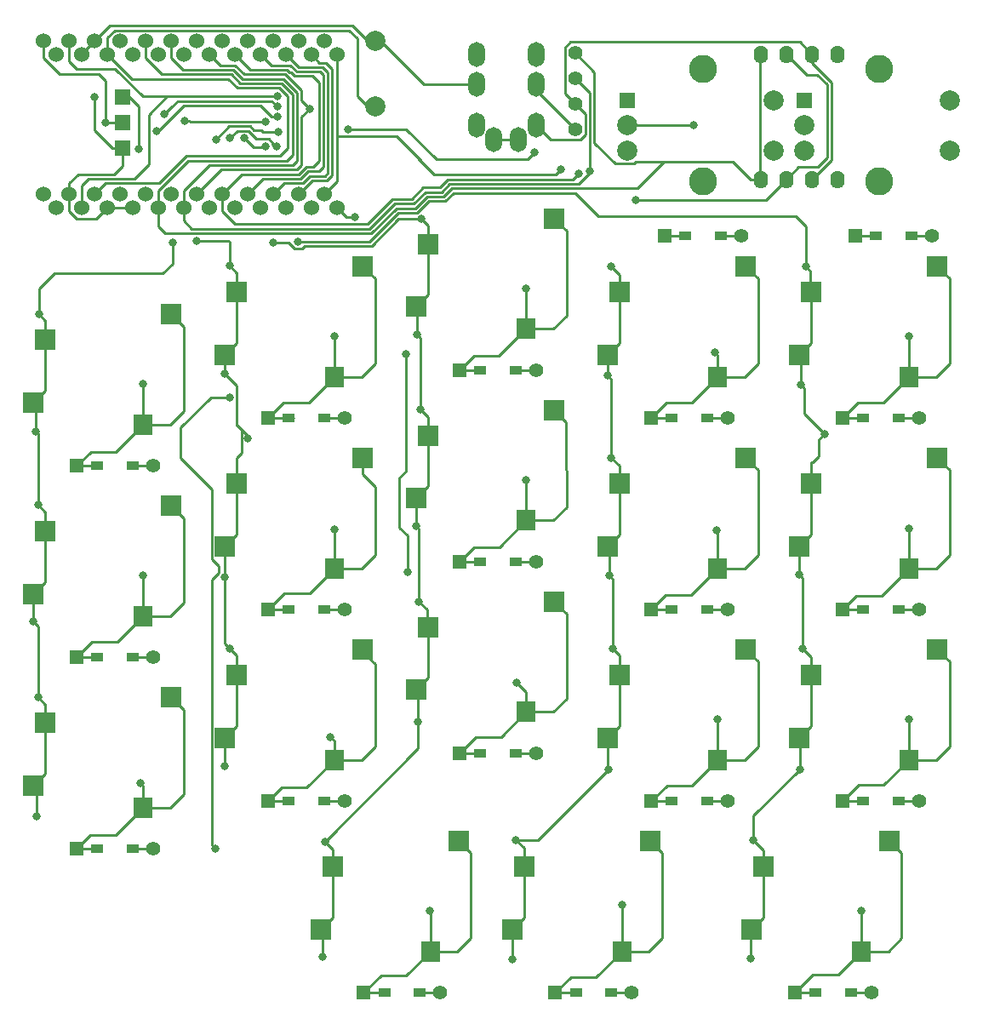
<source format=gbr>
G04 #@! TF.GenerationSoftware,KiCad,Pcbnew,(5.1.6-0-10_14)*
G04 #@! TF.CreationDate,2023-01-09T17:08:50+09:00*
G04 #@! TF.ProjectId,cool536v130,636f6f6c-3533-4367-9631-33302e6b6963,rev?*
G04 #@! TF.SameCoordinates,Original*
G04 #@! TF.FileFunction,Copper,L2,Bot*
G04 #@! TF.FilePolarity,Positive*
%FSLAX46Y46*%
G04 Gerber Fmt 4.6, Leading zero omitted, Abs format (unit mm)*
G04 Created by KiCad (PCBNEW (5.1.6-0-10_14)) date 2023-01-09 17:08:50*
%MOMM*%
%LPD*%
G01*
G04 APERTURE LIST*
G04 #@! TA.AperFunction,SMDPad,CuDef*
%ADD10R,2.000000X2.000000*%
G04 #@! TD*
G04 #@! TA.AperFunction,SMDPad,CuDef*
%ADD11R,1.900000X2.000000*%
G04 #@! TD*
G04 #@! TA.AperFunction,ComponentPad*
%ADD12C,2.000000*%
G04 #@! TD*
G04 #@! TA.AperFunction,SMDPad,CuDef*
%ADD13R,1.300000X0.950000*%
G04 #@! TD*
G04 #@! TA.AperFunction,ComponentPad*
%ADD14C,1.397000*%
G04 #@! TD*
G04 #@! TA.AperFunction,ComponentPad*
%ADD15R,1.397000X1.397000*%
G04 #@! TD*
G04 #@! TA.AperFunction,ComponentPad*
%ADD16O,1.700000X2.500000*%
G04 #@! TD*
G04 #@! TA.AperFunction,ComponentPad*
%ADD17C,1.524000*%
G04 #@! TD*
G04 #@! TA.AperFunction,ComponentPad*
%ADD18R,1.500000X1.500000*%
G04 #@! TD*
G04 #@! TA.AperFunction,ComponentPad*
%ADD19C,2.800000*%
G04 #@! TD*
G04 #@! TA.AperFunction,SMDPad,CuDef*
%ADD20R,1.524000X1.524000*%
G04 #@! TD*
G04 #@! TA.AperFunction,ComponentPad*
%ADD21O,1.397000X1.778000*%
G04 #@! TD*
G04 #@! TA.AperFunction,ViaPad*
%ADD22C,0.800000*%
G04 #@! TD*
G04 #@! TA.AperFunction,Conductor*
%ADD23C,0.250000*%
G04 #@! TD*
G04 APERTURE END LIST*
D10*
X93250000Y-91790000D03*
X80750000Y-94330000D03*
D11*
X90450000Y-102770000D03*
D10*
X79550000Y-100570000D03*
X41450000Y-91045000D03*
D11*
X52350000Y-93245000D03*
D10*
X42650000Y-84805000D03*
X55150000Y-82265000D03*
X89075000Y-124382500D03*
D11*
X99975000Y-126582500D03*
D10*
X90275000Y-118142500D03*
X102775000Y-115602500D03*
D12*
X75460000Y-36040000D03*
X75460000Y-42540000D03*
D10*
X74200000Y-77502500D03*
X61700000Y-80042500D03*
D11*
X71400000Y-88482500D03*
D10*
X60500000Y-86282500D03*
D13*
X70375000Y-73532499D03*
D14*
X72410000Y-73532499D03*
D15*
X64790000Y-73532499D03*
D13*
X66825000Y-73532499D03*
X122763000Y-130682500D03*
D14*
X124798000Y-130682500D03*
D15*
X117178000Y-130682500D03*
D13*
X119213000Y-130682500D03*
D14*
X111830000Y-55420000D03*
D15*
X104210000Y-55420000D03*
D13*
X106245000Y-55420000D03*
X109795000Y-55420000D03*
X127525000Y-73532499D03*
D14*
X129560000Y-73532499D03*
D15*
X121940000Y-73532499D03*
D13*
X123975000Y-73532499D03*
D16*
X87250000Y-45870000D03*
X91450000Y-44370000D03*
X91450000Y-40370000D03*
X91450000Y-37370000D03*
X85500000Y-40370000D03*
X85500000Y-37370000D03*
X89700000Y-45870000D03*
X85500000Y-44370000D03*
D10*
X60500000Y-105332500D03*
D11*
X71400000Y-107532500D03*
D10*
X61700000Y-99092500D03*
X74200000Y-96552500D03*
X112300000Y-96552500D03*
X99800000Y-99092500D03*
D11*
X109500000Y-107532500D03*
D10*
X98600000Y-105332500D03*
D14*
X95330000Y-44820000D03*
X95330000Y-42280000D03*
X95330000Y-39740000D03*
X95330000Y-37200000D03*
D17*
X43692000Y-37360000D03*
X46232000Y-37360000D03*
X48772000Y-37360000D03*
X51312000Y-37360000D03*
X53852000Y-37360000D03*
X56392000Y-37360000D03*
X58932000Y-37360000D03*
X61472000Y-37360000D03*
X64012000Y-37360000D03*
X66552000Y-37360000D03*
X69092000Y-37360000D03*
X71632000Y-37360000D03*
X71632000Y-52600000D03*
X69092000Y-52600000D03*
X66552000Y-52600000D03*
X64012000Y-52600000D03*
X61472000Y-52600000D03*
X58932000Y-52600000D03*
X56392000Y-52600000D03*
X53852000Y-52600000D03*
X51312000Y-52600000D03*
X48772000Y-52600000D03*
X46232000Y-52600000D03*
X43692000Y-52600000D03*
X42422000Y-36053600D03*
X44962000Y-36053600D03*
X47502000Y-36053600D03*
X50042000Y-36053600D03*
X52582000Y-36053600D03*
X55122000Y-36053600D03*
X57662000Y-36053600D03*
X60202000Y-36053600D03*
X62742000Y-36053600D03*
X65282000Y-36053600D03*
X67822000Y-36053600D03*
X70362000Y-36053600D03*
X70362000Y-51273600D03*
X67822000Y-51273600D03*
X65282000Y-51273600D03*
X62742000Y-51273600D03*
X60202000Y-51273600D03*
X57662000Y-51273600D03*
X55122000Y-51273600D03*
X52582000Y-51273600D03*
X50042000Y-51273600D03*
X47502000Y-51273600D03*
X44962000Y-51273600D03*
X42422000Y-51273600D03*
D13*
X51325000Y-78295000D03*
D14*
X53360000Y-78295000D03*
D15*
X45740000Y-78295000D03*
D13*
X47775000Y-78295000D03*
D10*
X126588000Y-115602500D03*
X114088000Y-118142500D03*
D11*
X123788000Y-126582500D03*
D10*
X112888000Y-124382500D03*
X131350000Y-58452499D03*
X118850000Y-60992499D03*
D11*
X128550000Y-69432499D03*
D10*
X117650000Y-67232499D03*
D18*
X100560000Y-41910000D03*
D12*
X100560000Y-44410000D03*
X100560000Y-46910000D03*
D19*
X108060000Y-38810000D03*
X108060000Y-50010000D03*
D12*
X115060000Y-41910000D03*
X115060000Y-46910000D03*
D10*
X98600000Y-67232499D03*
D11*
X109500000Y-69432499D03*
D10*
X99800000Y-60992499D03*
X112300000Y-58452499D03*
X41450000Y-71995000D03*
D11*
X52350000Y-74195000D03*
D10*
X42650000Y-65755000D03*
X55150000Y-63215000D03*
D13*
X98950000Y-130682500D03*
D14*
X100985000Y-130682500D03*
D15*
X93365000Y-130682500D03*
D13*
X95400000Y-130682500D03*
D10*
X112300000Y-77502500D03*
X99800000Y-80042500D03*
D11*
X109500000Y-88482500D03*
D10*
X98600000Y-86282500D03*
D13*
X89425000Y-87820000D03*
D14*
X91460000Y-87820000D03*
D15*
X83840000Y-87820000D03*
D13*
X85875000Y-87820000D03*
X79900000Y-130682500D03*
D14*
X81935000Y-130682500D03*
D15*
X74315000Y-130682500D03*
D13*
X76350000Y-130682500D03*
D10*
X60500000Y-67232499D03*
D11*
X71400000Y-69432499D03*
D10*
X61700000Y-60992499D03*
X74200000Y-58452499D03*
X55150000Y-101315000D03*
X42650000Y-103855000D03*
D11*
X52350000Y-112295000D03*
D10*
X41450000Y-110095000D03*
D13*
X127525000Y-111632500D03*
D14*
X129560000Y-111632500D03*
D15*
X121940000Y-111632500D03*
D13*
X123975000Y-111632500D03*
D10*
X93250000Y-72740000D03*
X80750000Y-75280000D03*
D11*
X90450000Y-83720000D03*
D10*
X79550000Y-81520000D03*
D13*
X108475000Y-111632500D03*
D14*
X110510000Y-111632500D03*
D15*
X102890000Y-111632500D03*
D13*
X104925000Y-111632500D03*
D18*
X118090000Y-41910000D03*
D12*
X118090000Y-44410000D03*
X118090000Y-46910000D03*
D19*
X125590000Y-38810000D03*
X125590000Y-50010000D03*
D12*
X132590000Y-41910000D03*
X132590000Y-46910000D03*
D10*
X131350000Y-77502500D03*
X118850000Y-80042500D03*
D11*
X128550000Y-88482500D03*
D10*
X117650000Y-86282500D03*
D13*
X70375000Y-92582500D03*
D14*
X72410000Y-92582500D03*
D15*
X64790000Y-92582500D03*
D13*
X66825000Y-92582500D03*
D10*
X70025000Y-124382500D03*
D11*
X80925000Y-126582500D03*
D10*
X71225000Y-118142500D03*
X83725000Y-115602500D03*
X131350000Y-96552500D03*
X118850000Y-99092500D03*
D11*
X128550000Y-107532500D03*
D10*
X117650000Y-105332500D03*
D13*
X51325000Y-116395000D03*
D14*
X53360000Y-116395000D03*
D15*
X45740000Y-116395000D03*
D13*
X47775000Y-116395000D03*
D20*
X50300000Y-46680000D03*
X50300000Y-44140000D03*
X50300000Y-41600000D03*
D13*
X89425000Y-68770000D03*
D14*
X91460000Y-68770000D03*
D15*
X83840000Y-68770000D03*
D13*
X85875000Y-68770000D03*
X108475000Y-73532499D03*
D14*
X110510000Y-73532499D03*
D15*
X102890000Y-73532499D03*
D13*
X104925000Y-73532499D03*
X51325000Y-97345000D03*
D14*
X53360000Y-97345000D03*
D15*
X45740000Y-97345000D03*
D13*
X47775000Y-97345000D03*
X70375000Y-111632500D03*
D14*
X72410000Y-111632500D03*
D15*
X64790000Y-111632500D03*
D13*
X66825000Y-111632500D03*
X89425000Y-106870000D03*
D14*
X91460000Y-106870000D03*
D15*
X83840000Y-106870000D03*
D13*
X85875000Y-106870000D03*
D10*
X79550000Y-62470000D03*
D11*
X90450000Y-64670000D03*
D10*
X80750000Y-56230000D03*
X93250000Y-53690000D03*
D13*
X108475000Y-92582500D03*
D14*
X110510000Y-92582500D03*
D15*
X102890000Y-92582500D03*
D13*
X104925000Y-92582500D03*
X127525000Y-92582500D03*
D14*
X129560000Y-92582500D03*
D15*
X121940000Y-92582500D03*
D13*
X123975000Y-92582500D03*
D14*
X130870000Y-55400000D03*
D15*
X123250000Y-55400000D03*
D13*
X125285000Y-55400000D03*
X128835000Y-55400000D03*
D21*
X121436000Y-37340000D03*
X118896000Y-37340000D03*
X116356000Y-37340000D03*
X113816000Y-37340000D03*
X118896000Y-49786000D03*
X116356000Y-49786000D03*
X113816000Y-49786000D03*
X121436000Y-49786000D03*
D22*
X52350001Y-70169999D03*
X71387498Y-65407498D03*
X90475001Y-60644999D03*
X109240000Y-67020000D03*
X128577498Y-65407498D03*
X52309999Y-89219999D03*
X71400000Y-84650000D03*
X90474999Y-79694999D03*
X109425000Y-84695000D03*
X128550000Y-84490000D03*
X52101999Y-109841999D03*
X70995749Y-105235749D03*
X89515000Y-99815000D03*
X109467499Y-103507499D03*
X128527499Y-103507499D03*
X80917499Y-122557499D03*
X99987501Y-121957501D03*
X123767499Y-122557499D03*
X73450000Y-53534990D03*
X78643501Y-88843501D03*
X78500000Y-67200000D03*
X60970000Y-71460000D03*
X59525000Y-116395000D03*
X95667158Y-49202842D03*
X65700102Y-43535359D03*
X51940000Y-46730000D03*
X53700000Y-44970000D03*
X47520000Y-41600000D03*
X107110000Y-44380000D03*
X65745552Y-41536497D03*
X48600000Y-44170000D03*
X101340000Y-51830000D03*
X96803511Y-48976489D03*
X72770000Y-44780000D03*
X91280000Y-47094980D03*
X64520000Y-44020000D03*
X56490000Y-43990000D03*
X59590000Y-45800000D03*
X65835858Y-45054142D03*
X55300000Y-56060000D03*
X54470000Y-43266990D03*
X41940000Y-101330000D03*
X41390000Y-93730000D03*
X41700000Y-74880000D03*
X41900000Y-82150000D03*
X42000000Y-63210000D03*
X41730000Y-113190000D03*
X65697833Y-42535360D03*
X65630000Y-46540000D03*
X60990000Y-45695000D03*
X62380000Y-45695000D03*
X64520000Y-46500000D03*
X60490000Y-69080000D03*
X62780000Y-75530000D03*
X60950000Y-58380000D03*
X57710000Y-55885010D03*
X60510000Y-108180000D03*
X60980000Y-96430000D03*
X68910000Y-42780000D03*
X60510000Y-89360000D03*
X65280000Y-56100000D03*
X79810000Y-91790000D03*
X70220000Y-127080000D03*
X79550000Y-84250000D03*
X70450000Y-115660000D03*
X79700000Y-103740000D03*
X80070000Y-53740000D03*
X79910000Y-72670000D03*
X79610000Y-65240000D03*
X117750000Y-70210000D03*
X67790000Y-55960000D03*
X117620000Y-89120000D03*
X113070000Y-115480000D03*
X117670000Y-108450000D03*
X118262499Y-58452499D03*
X117960000Y-96450000D03*
X112830000Y-127280000D03*
X120140000Y-75100000D03*
X89050000Y-127360000D03*
X98900000Y-58420000D03*
X98590000Y-69330000D03*
X98640000Y-108520000D03*
X98952500Y-77502500D03*
X98710000Y-89200000D03*
X93905000Y-48815000D03*
X89470000Y-115510000D03*
X99100000Y-96470000D03*
D23*
X52350000Y-74195000D02*
X49665000Y-76880000D01*
X47155000Y-76880000D02*
X45740000Y-78295000D01*
X49665000Y-76880000D02*
X47155000Y-76880000D01*
X45740000Y-78295000D02*
X47775000Y-78295000D01*
X52350001Y-72944999D02*
X52350001Y-70169999D01*
X55051002Y-74195000D02*
X56375001Y-72871001D01*
X56375001Y-72871001D02*
X56375001Y-64440001D01*
X52350000Y-74195000D02*
X52350001Y-72944999D01*
X52350000Y-74195000D02*
X55051002Y-74195000D01*
X56375001Y-64440001D02*
X55150000Y-63215000D01*
X64790000Y-73532499D02*
X67337501Y-73532499D01*
X71400000Y-65420000D02*
X71387498Y-65407498D01*
X71400000Y-69432499D02*
X68862499Y-71970000D01*
X74200000Y-58452499D02*
X75425001Y-59677500D01*
X71400000Y-69432499D02*
X71400000Y-65420000D01*
X75425001Y-59677500D02*
X75425001Y-68108500D01*
X75425001Y-68108500D02*
X74101002Y-69432499D01*
X74101002Y-69432499D02*
X71400000Y-69432499D01*
X68862499Y-71970000D02*
X66352499Y-71970000D01*
X66352499Y-71970000D02*
X64790000Y-73532499D01*
X87760000Y-67360000D02*
X85250000Y-67360000D01*
X90450000Y-60670000D02*
X90475001Y-60644999D01*
X93151002Y-64670000D02*
X90450000Y-64670000D01*
X93250000Y-53690000D02*
X94475001Y-54915001D01*
X83840000Y-68770000D02*
X85875000Y-68770000D01*
X94475001Y-54915001D02*
X94475001Y-63346001D01*
X90450000Y-64670000D02*
X87760000Y-67360000D01*
X94475001Y-63346001D02*
X93151002Y-64670000D01*
X90450000Y-64670000D02*
X90450000Y-60670000D01*
X85250000Y-67360000D02*
X83840000Y-68770000D01*
X109500000Y-69432499D02*
X109500000Y-67280000D01*
X106942499Y-71990000D02*
X104432499Y-71990000D01*
X112300000Y-58452499D02*
X113525001Y-59677500D01*
X112201002Y-69432499D02*
X109500000Y-69432499D01*
X104432499Y-71990000D02*
X102890000Y-73532499D01*
X109500000Y-69432499D02*
X106942499Y-71990000D01*
X109500000Y-67280000D02*
X109240000Y-67020000D01*
X113525001Y-68108500D02*
X112201002Y-69432499D01*
X102890000Y-73532499D02*
X104925000Y-73532499D01*
X113525001Y-59677500D02*
X113525001Y-68108500D01*
X125972499Y-72010000D02*
X123462499Y-72010000D01*
X131350000Y-58452499D02*
X132575001Y-59677500D01*
X131251002Y-69432499D02*
X128550000Y-69432499D01*
X132575001Y-59677500D02*
X132575001Y-68108500D01*
X121940000Y-73532499D02*
X123975000Y-73532499D01*
X132575001Y-68108500D02*
X131251002Y-69432499D01*
X123462499Y-72010000D02*
X121940000Y-73532499D01*
X128550000Y-69432499D02*
X125972499Y-72010000D01*
X128550000Y-65434996D02*
X128577498Y-65407498D01*
X128550000Y-69432499D02*
X128550000Y-65434996D01*
X49775000Y-95820000D02*
X47265000Y-95820000D01*
X55051002Y-93245000D02*
X52350000Y-93245000D01*
X56375001Y-91921001D02*
X55051002Y-93245000D01*
X52350000Y-89260000D02*
X52309999Y-89219999D01*
X45740000Y-97345000D02*
X47775000Y-97345000D01*
X47265000Y-95820000D02*
X45740000Y-97345000D01*
X55150000Y-82265000D02*
X56375001Y-83490001D01*
X52350000Y-93245000D02*
X52350000Y-89260000D01*
X52350000Y-93245000D02*
X49775000Y-95820000D01*
X56375001Y-83490001D02*
X56375001Y-91921001D01*
X74101002Y-88482500D02*
X71400000Y-88482500D01*
X74200000Y-79131498D02*
X75425001Y-80356499D01*
X75425001Y-80356499D02*
X75425001Y-87158501D01*
X75425001Y-87158501D02*
X74101002Y-88482500D01*
X71400000Y-88482500D02*
X68902500Y-90980000D01*
X68902500Y-90980000D02*
X66392500Y-90980000D01*
X66392500Y-90980000D02*
X64790000Y-92582500D01*
X74200000Y-77502500D02*
X74200000Y-79131498D01*
X64790000Y-92582500D02*
X66825000Y-92582500D01*
X71400000Y-88482500D02*
X71400000Y-84650000D01*
X90450000Y-83720000D02*
X90450000Y-79719998D01*
X90450000Y-79719998D02*
X90474999Y-79694999D01*
X93250000Y-72740000D02*
X94425001Y-73915001D01*
X94425001Y-73915001D02*
X94425001Y-78704999D01*
X94475001Y-78754999D02*
X94475001Y-82396001D01*
X94425001Y-78704999D02*
X94475001Y-78754999D01*
X94475001Y-82396001D02*
X93151002Y-83720000D01*
X93151002Y-83720000D02*
X90450000Y-83720000D01*
X90450000Y-83720000D02*
X87780000Y-86390000D01*
X83840000Y-87820000D02*
X85875000Y-87820000D01*
X85270000Y-86390000D02*
X83840000Y-87820000D01*
X87780000Y-86390000D02*
X85270000Y-86390000D01*
X102890000Y-92582500D02*
X104925000Y-92582500D01*
X109500000Y-88482500D02*
X106842500Y-91140000D01*
X109500000Y-88482500D02*
X109500000Y-84770000D01*
X104332500Y-91140000D02*
X102890000Y-92582500D01*
X113525001Y-87158501D02*
X112201002Y-88482500D01*
X112300000Y-77502500D02*
X113525001Y-78727501D01*
X113525001Y-78727501D02*
X113525001Y-87158501D01*
X112201002Y-88482500D02*
X109500000Y-88482500D01*
X109500000Y-84770000D02*
X109425000Y-84695000D01*
X106842500Y-91140000D02*
X104332500Y-91140000D01*
X123332500Y-91190000D02*
X121940000Y-92582500D01*
X128550000Y-88482500D02*
X128550000Y-84490000D01*
X125842500Y-91190000D02*
X123332500Y-91190000D01*
X132575001Y-78727501D02*
X132575001Y-87158501D01*
X131251002Y-88482500D02*
X128550000Y-88482500D01*
X131350000Y-77502500D02*
X132575001Y-78727501D01*
X132575001Y-87158501D02*
X131251002Y-88482500D01*
X128550000Y-88482500D02*
X125842500Y-91190000D01*
X121940000Y-92582500D02*
X123975000Y-92582500D01*
X55051002Y-112295000D02*
X52350000Y-112295000D01*
X52350000Y-112295000D02*
X49595000Y-115050000D01*
X56375001Y-110971001D02*
X55051002Y-112295000D01*
X45740000Y-116395000D02*
X47775000Y-116395000D01*
X49595000Y-115050000D02*
X47085000Y-115050000D01*
X56375001Y-102540001D02*
X56375001Y-110971001D01*
X52350000Y-112295000D02*
X52350000Y-110090000D01*
X52350000Y-110090000D02*
X52101999Y-109841999D01*
X55150000Y-101315000D02*
X56375001Y-102540001D01*
X47085000Y-115050000D02*
X45740000Y-116395000D01*
X75425001Y-98015001D02*
X75425001Y-106208501D01*
X74200000Y-96552500D02*
X74200000Y-96790000D01*
X75425001Y-106208501D02*
X74101002Y-107532500D01*
X64790000Y-111632500D02*
X66825000Y-111632500D01*
X74200000Y-96790000D02*
X75425001Y-98015001D01*
X74101002Y-107532500D02*
X71400000Y-107532500D01*
X71400000Y-107532500D02*
X68642500Y-110290000D01*
X68642500Y-110290000D02*
X66132500Y-110290000D01*
X66132500Y-110290000D02*
X64790000Y-111632500D01*
X71400000Y-105640000D02*
X70995749Y-105235749D01*
X71400000Y-107532500D02*
X71400000Y-105640000D01*
X93151002Y-102770000D02*
X90450000Y-102770000D01*
X93250000Y-91790000D02*
X94475001Y-93015001D01*
X90450000Y-100750000D02*
X89515000Y-99815000D01*
X90450000Y-102770000D02*
X90450000Y-100750000D01*
X94475001Y-93015001D02*
X94475001Y-101446001D01*
X85450000Y-105260000D02*
X83840000Y-106870000D01*
X90450000Y-102770000D02*
X87960000Y-105260000D01*
X83840000Y-106870000D02*
X85875000Y-106870000D01*
X87960000Y-105260000D02*
X85450000Y-105260000D01*
X94475001Y-101446001D02*
X93151002Y-102770000D01*
X109500000Y-107532500D02*
X109500000Y-103540000D01*
X109500000Y-103540000D02*
X109467499Y-103507499D01*
X102890000Y-111632500D02*
X104925000Y-111632500D01*
X109500000Y-107532500D02*
X106972500Y-110060000D01*
X112201002Y-107532500D02*
X109500000Y-107532500D01*
X112300000Y-96552500D02*
X113525001Y-97777501D01*
X113525001Y-106208501D02*
X112201002Y-107532500D01*
X113525001Y-97777501D02*
X113525001Y-106208501D01*
X104462500Y-110060000D02*
X102890000Y-111632500D01*
X106972500Y-110060000D02*
X104462500Y-110060000D01*
X128550000Y-107532500D02*
X128550000Y-103530000D01*
X128550000Y-103530000D02*
X128527499Y-103507499D01*
X128550000Y-107532500D02*
X126042500Y-110040000D01*
X121940000Y-111632500D02*
X123975000Y-111632500D01*
X123532500Y-110040000D02*
X121940000Y-111632500D01*
X132575001Y-97777501D02*
X132575001Y-106208501D01*
X132575001Y-106208501D02*
X131251002Y-107532500D01*
X126042500Y-110040000D02*
X123532500Y-110040000D01*
X131350000Y-96552500D02*
X132575001Y-97777501D01*
X131251002Y-107532500D02*
X128550000Y-107532500D01*
X80925000Y-126582500D02*
X80925000Y-122565000D01*
X80925000Y-122565000D02*
X80917499Y-122557499D01*
X80925000Y-126582500D02*
X78547500Y-128960000D01*
X78547500Y-128960000D02*
X76037500Y-128960000D01*
X83725000Y-115602500D02*
X84950001Y-116827501D01*
X83626002Y-126582500D02*
X80925000Y-126582500D01*
X84950001Y-125258501D02*
X83626002Y-126582500D01*
X84950001Y-116827501D02*
X84950001Y-125258501D01*
X74315000Y-130682500D02*
X76350000Y-130682500D01*
X76037500Y-128960000D02*
X74315000Y-130682500D01*
X99975000Y-121970002D02*
X99987501Y-121957501D01*
X99975000Y-126582500D02*
X99975000Y-121970002D01*
X94907500Y-129140000D02*
X93365000Y-130682500D01*
X99975000Y-126582500D02*
X97417500Y-129140000D01*
X97417500Y-129140000D02*
X94907500Y-129140000D01*
X102676002Y-126582500D02*
X99975000Y-126582500D01*
X104000001Y-116827501D02*
X104000001Y-125258501D01*
X104000001Y-125258501D02*
X102676002Y-126582500D01*
X102775000Y-115602500D02*
X104000001Y-116827501D01*
X93365000Y-130682500D02*
X95400000Y-130682500D01*
X123788000Y-126582500D02*
X121510500Y-128860000D01*
X127813001Y-116827501D02*
X127813001Y-125258501D01*
X127813001Y-125258501D02*
X126489002Y-126582500D01*
X126588000Y-115602500D02*
X127813001Y-116827501D01*
X126489002Y-126582500D02*
X123788000Y-126582500D01*
X123788000Y-122578000D02*
X123767499Y-122557499D01*
X123788000Y-126582500D02*
X123788000Y-122578000D01*
X121510500Y-128860000D02*
X119000500Y-128860000D01*
X119000500Y-128860000D02*
X117178000Y-130682500D01*
X117178000Y-130682500D02*
X119213000Y-130682500D01*
X106245000Y-55420000D02*
X104210000Y-55420000D01*
X125285000Y-55400000D02*
X123250000Y-55400000D01*
X75460000Y-42540000D02*
X74670000Y-42540000D01*
X48772000Y-35714838D02*
X48772000Y-37360000D01*
X49520239Y-34966599D02*
X48772000Y-35714838D01*
X60847031Y-39797031D02*
X51209030Y-39797030D01*
X66761920Y-41527560D02*
X65931409Y-40697049D01*
X53963829Y-50186599D02*
X56663889Y-47486539D01*
X47502000Y-51273600D02*
X48589001Y-50186599D01*
X48589001Y-50186599D02*
X53963829Y-50186599D01*
X66761920Y-46718080D02*
X66761920Y-41527560D01*
X56663889Y-47486539D02*
X65993461Y-47486539D01*
X61747049Y-40697049D02*
X60847031Y-39797031D01*
X65931409Y-40697049D02*
X61747049Y-40697049D01*
X51209030Y-39797030D02*
X48772000Y-37360000D01*
X65993461Y-47486539D02*
X66761920Y-46718080D01*
X72836599Y-34966599D02*
X49520239Y-34966599D01*
X73660000Y-41530000D02*
X73660000Y-35790000D01*
X73660000Y-35790000D02*
X72836599Y-34966599D01*
X74670000Y-42540000D02*
X73660000Y-41530000D01*
X89425000Y-68770000D02*
X91460000Y-68770000D01*
X108475000Y-73532499D02*
X110510000Y-73532499D01*
X70375000Y-73532499D02*
X72410000Y-73532499D01*
X127525000Y-73532499D02*
X129560000Y-73532499D01*
X73425010Y-53510000D02*
X73450000Y-53534990D01*
X72542000Y-53510000D02*
X73425010Y-53510000D01*
X51325000Y-78295000D02*
X53360000Y-78295000D01*
X71632000Y-52600000D02*
X72542000Y-53510000D01*
X51325000Y-97345000D02*
X53360000Y-97345000D01*
X78500000Y-78850000D02*
X77860000Y-79490000D01*
X77860000Y-79490000D02*
X77860000Y-84450000D01*
X127525000Y-92582500D02*
X129560000Y-92582500D01*
X70375000Y-92582500D02*
X72410000Y-92582500D01*
X108475000Y-92582500D02*
X110510000Y-92582500D01*
X89425000Y-87820000D02*
X91460000Y-87820000D01*
X78500000Y-67200000D02*
X78500000Y-78850000D01*
X77860000Y-84450000D02*
X78643501Y-85233501D01*
X78643501Y-85233501D02*
X78643501Y-88843501D01*
X70281970Y-48558030D02*
X70281970Y-39371970D01*
X68047001Y-49736589D02*
X68773600Y-49009990D01*
X70281970Y-39371970D02*
X69990009Y-39080009D01*
X68773600Y-49009990D02*
X69830010Y-49009990D01*
X69990009Y-39080009D02*
X67635598Y-39080008D01*
X67635598Y-39080008D02*
X67002591Y-38447001D01*
X64279011Y-49736589D02*
X68047001Y-49736589D01*
X67002591Y-38447001D02*
X65099001Y-38447001D01*
X62742000Y-51273600D02*
X64279011Y-49736589D01*
X65099001Y-38447001D02*
X64012000Y-37360000D01*
X69830010Y-49009990D02*
X70281970Y-48558030D01*
X59174999Y-89621999D02*
X59860000Y-88936998D01*
X108475000Y-111632500D02*
X110510000Y-111632500D01*
X59860000Y-88936998D02*
X59860000Y-88227502D01*
X59860000Y-88227502D02*
X59174999Y-87542501D01*
X59174999Y-116044999D02*
X59174999Y-89621999D01*
X59525000Y-116395000D02*
X59174999Y-116044999D01*
X59174999Y-87542501D02*
X59174999Y-80634999D01*
X59174999Y-80634999D02*
X56050000Y-77510000D01*
X59080000Y-71460000D02*
X60970000Y-71460000D01*
X56050000Y-77510000D02*
X56050000Y-74490000D01*
X56050000Y-74490000D02*
X59080000Y-71460000D01*
X89425000Y-106870000D02*
X91460000Y-106870000D01*
X51325000Y-116395000D02*
X53360000Y-116395000D01*
X70375000Y-111632500D02*
X72410000Y-111632500D01*
X127525000Y-111632500D02*
X129560000Y-111632500D01*
X60202000Y-51273600D02*
X60202000Y-52938762D01*
X77192210Y-51761380D02*
X79066388Y-51761380D01*
X74693600Y-54259990D02*
X77192210Y-51761380D01*
X61523228Y-54259990D02*
X74693600Y-54259990D01*
X60202000Y-52938762D02*
X61523228Y-54259990D01*
X98950000Y-130682500D02*
X100985000Y-130682500D01*
X95078620Y-49791380D02*
X95667158Y-49202842D01*
X82672210Y-49791380D02*
X95078620Y-49791380D01*
X81873590Y-50590000D02*
X82672210Y-49791380D01*
X80237768Y-50590000D02*
X81873590Y-50590000D01*
X79066388Y-51761380D02*
X80237768Y-50590000D01*
X69831960Y-47988040D02*
X69831960Y-40181960D01*
X67069180Y-39150000D02*
X66930000Y-39150000D01*
X68587200Y-48559980D02*
X69260020Y-48559980D01*
X69831960Y-40181960D02*
X69180018Y-39530018D01*
X111830000Y-55420000D02*
X109795000Y-55420000D01*
X67860601Y-49286579D02*
X68587200Y-48559980D01*
X63009011Y-38897011D02*
X61472000Y-37360000D01*
X60202000Y-51273600D02*
X62189021Y-49286579D01*
X122763000Y-130682500D02*
X124798000Y-130682500D01*
X69260020Y-48559980D02*
X69831960Y-47988040D01*
X130870000Y-55400000D02*
X128835000Y-55400000D01*
X67449197Y-39530017D02*
X67069180Y-39150000D01*
X69180018Y-39530018D02*
X67449197Y-39530017D01*
X79900000Y-130682500D02*
X81935000Y-130682500D01*
X66677011Y-38897011D02*
X63009011Y-38897011D01*
X62189021Y-49286579D02*
X67860601Y-49286579D01*
X66930000Y-39150000D02*
X66677011Y-38897011D01*
X85575010Y-44294990D02*
X85500000Y-44370000D01*
X92923501Y-45843501D02*
X91450000Y-44370000D01*
X95821281Y-45843501D02*
X92923501Y-45843501D01*
X53700000Y-44970000D02*
X53839992Y-44970000D01*
X53839992Y-44970000D02*
X56373475Y-42436517D01*
X50970000Y-41600000D02*
X51940000Y-42570000D01*
X64035575Y-42436517D02*
X65134417Y-43535359D01*
X56373475Y-42436517D02*
X64035575Y-42436517D01*
X51940000Y-42570000D02*
X51940000Y-46730000D01*
X65134417Y-43535359D02*
X65700102Y-43535359D01*
X50300000Y-41600000D02*
X50970000Y-41600000D01*
X96353501Y-43303501D02*
X96353501Y-45311281D01*
X96353501Y-45311281D02*
X95821281Y-45843501D01*
X95330000Y-42280000D02*
X96353501Y-43303501D01*
X118896000Y-37340000D02*
X118896000Y-38226000D01*
X118896000Y-38226000D02*
X120850000Y-40180000D01*
X120850000Y-47832000D02*
X118896000Y-49786000D01*
X120850000Y-40180000D02*
X120850000Y-47832000D01*
X94306499Y-36708719D02*
X94306499Y-41256499D01*
X94889228Y-36125990D02*
X94306499Y-36708719D01*
X94306499Y-41256499D02*
X95330000Y-42280000D01*
X117681990Y-36125990D02*
X94889228Y-36125990D01*
X118896000Y-37340000D02*
X117681990Y-36125990D01*
X91450000Y-40940000D02*
X95330000Y-44820000D01*
X75940000Y-36040000D02*
X75460000Y-36040000D01*
X80270000Y-40370000D02*
X75940000Y-36040000D01*
X91450000Y-40370000D02*
X91450000Y-40940000D01*
X73206590Y-34516590D02*
X74730000Y-36040000D01*
X85500000Y-40370000D02*
X80270000Y-40370000D01*
X74730000Y-36040000D02*
X75460000Y-36040000D01*
X44962000Y-50195970D02*
X44962000Y-51273600D01*
X47520000Y-44912000D02*
X47520000Y-41600000D01*
X47684999Y-53687001D02*
X48772000Y-52600000D01*
X48772000Y-52600000D02*
X51312000Y-52600000D01*
X50300000Y-46680000D02*
X50300000Y-48466579D01*
X47502000Y-36053600D02*
X49039010Y-34516590D01*
X46232000Y-37360000D02*
X46232000Y-37323600D01*
X49480000Y-49286579D02*
X45871391Y-49286579D01*
X44962000Y-52938762D02*
X45710239Y-53687001D01*
X45871391Y-49286579D02*
X44962000Y-50195970D01*
X50300000Y-46680000D02*
X49288000Y-46680000D01*
X73016590Y-34516590D02*
X73206590Y-34516590D01*
X44962000Y-51273600D02*
X44962000Y-52938762D01*
X46232000Y-37323600D02*
X47502000Y-36053600D01*
X49288000Y-46680000D02*
X47520000Y-44912000D01*
X45710239Y-53687001D02*
X47684999Y-53687001D01*
X50300000Y-48466579D02*
X49480000Y-49286579D01*
X49039010Y-34516590D02*
X73016590Y-34516590D01*
X100590000Y-44380000D02*
X100560000Y-44410000D01*
X107110000Y-44380000D02*
X100590000Y-44380000D01*
X49565590Y-38790000D02*
X52312087Y-41536497D01*
X46232000Y-52600000D02*
X46232000Y-50438000D01*
X44962000Y-38032000D02*
X44962000Y-36053600D01*
X52312087Y-41536497D02*
X55663503Y-41536497D01*
X45720000Y-38790000D02*
X49565590Y-38790000D01*
X55663503Y-41536497D02*
X54753503Y-41536497D01*
X45720000Y-38790000D02*
X44962000Y-38032000D01*
X65745552Y-41536497D02*
X55663503Y-41536497D01*
X52930000Y-48280000D02*
X52930000Y-43360000D01*
X52930000Y-43360000D02*
X54753503Y-41536497D01*
X51473411Y-49736589D02*
X52930000Y-48280000D01*
X46933411Y-49736589D02*
X51473411Y-49736589D01*
X46232000Y-50438000D02*
X46933411Y-49736589D01*
X50270000Y-44170000D02*
X50300000Y-44140000D01*
X48600000Y-44170000D02*
X50270000Y-44170000D01*
X42422000Y-37698762D02*
X44073238Y-39350000D01*
X42422000Y-36053600D02*
X42422000Y-37698762D01*
X44073238Y-39350000D02*
X47930000Y-39350000D01*
X48600000Y-40020000D02*
X48600000Y-44170000D01*
X47930000Y-39350000D02*
X48600000Y-40020000D01*
X80414198Y-51049980D02*
X82050020Y-51049980D01*
X77378610Y-52211390D02*
X79252788Y-52211390D01*
X95708610Y-50241390D02*
X96803511Y-49146489D01*
X56392000Y-50934838D02*
X56392000Y-52600000D01*
X82050020Y-51049980D02*
X82858610Y-50241390D01*
X67233441Y-48386559D02*
X58940279Y-48386559D01*
X67661940Y-41154760D02*
X67661940Y-47958060D01*
X56392000Y-52600000D02*
X56392000Y-53902000D01*
X55921619Y-38498381D02*
X55304999Y-37881761D01*
X55921619Y-38498381D02*
X56320249Y-38897011D01*
X96803511Y-41213511D02*
X95330000Y-39740000D01*
X67661940Y-47958060D02*
X67233441Y-48386559D01*
X55122000Y-37698762D02*
X55921619Y-38498381D01*
X79252788Y-52211390D02*
X80414198Y-51049980D01*
X74880000Y-54710000D02*
X77378610Y-52211390D01*
X82858610Y-50241390D02*
X95708610Y-50241390D01*
X56392000Y-53902000D02*
X57200000Y-54710000D01*
X57200000Y-54710000D02*
X74880000Y-54710000D01*
X62210620Y-39797030D02*
X66304211Y-39797031D01*
X66304211Y-39797031D02*
X67661940Y-41154760D01*
X58940279Y-48386559D02*
X56392000Y-50934838D01*
X56320249Y-38897011D02*
X61310601Y-38897011D01*
X61310601Y-38897011D02*
X62210620Y-39797030D01*
X55122000Y-36053600D02*
X55122000Y-37698762D01*
X117570010Y-48571990D02*
X119473600Y-48571990D01*
X116356000Y-49786000D02*
X117570010Y-48571990D01*
X119473600Y-48571990D02*
X120399990Y-47645600D01*
X120399990Y-47645600D02*
X120399990Y-40366400D01*
X120399990Y-40366400D02*
X119433590Y-39400000D01*
X118416000Y-39400000D02*
X116356000Y-37340000D01*
X119433590Y-39400000D02*
X118416000Y-39400000D01*
X116356000Y-49786000D02*
X114332000Y-51810000D01*
X101360000Y-51810000D02*
X101340000Y-51830000D01*
X114332000Y-51810000D02*
X101360000Y-51810000D01*
X96803511Y-48976489D02*
X96803511Y-41213511D01*
X96803511Y-49146489D02*
X96803511Y-48976489D01*
X53852000Y-52600000D02*
X53852000Y-54462000D01*
X79439188Y-52661400D02*
X80600598Y-51499990D01*
X62024219Y-40247039D02*
X61124201Y-39347021D01*
X54550010Y-55160010D02*
X75066400Y-55160010D01*
X80600598Y-51499990D02*
X82236420Y-51499990D01*
X67211930Y-41341160D02*
X66117810Y-40247040D01*
X67211930Y-47378070D02*
X67211930Y-41341160D01*
X52582000Y-37698762D02*
X52582000Y-36053600D01*
X54230259Y-39347021D02*
X52582000Y-37698762D01*
X53852000Y-50934838D02*
X56850289Y-47936549D01*
X53852000Y-52600000D02*
X53852000Y-50934838D01*
X53852000Y-54462000D02*
X54550010Y-55160010D01*
X97253521Y-39123521D02*
X95330000Y-37200000D01*
X82236420Y-51499990D02*
X83045010Y-50691400D01*
X66653451Y-47936549D02*
X67211930Y-47378070D01*
X66117810Y-40247040D02*
X62024219Y-40247039D01*
X56850289Y-47936549D02*
X66653451Y-47936549D01*
X77565010Y-52661400D02*
X79439188Y-52661400D01*
X61124201Y-39347021D02*
X54230259Y-39347021D01*
X75066400Y-55160010D02*
X77565010Y-52661400D01*
X113734999Y-49704999D02*
X113816000Y-49786000D01*
X113734999Y-37421001D02*
X113734999Y-49704999D01*
X113816000Y-37340000D02*
X113734999Y-37421001D01*
X113816000Y-49786000D02*
X112796000Y-49786000D01*
X112796000Y-49786000D02*
X111050000Y-48040000D01*
X101498600Y-50691400D02*
X103675000Y-48515000D01*
X95908600Y-50691400D02*
X101498600Y-50691400D01*
X104150000Y-48040000D02*
X103675000Y-48515000D01*
X83045010Y-50691400D02*
X95908600Y-50691400D01*
X103675000Y-48515000D02*
X103480000Y-48710000D01*
X95908600Y-50691400D02*
X96138600Y-50691400D01*
X99302041Y-48235001D02*
X97253520Y-46186480D01*
X101196001Y-48235001D02*
X99302041Y-48235001D01*
X101391002Y-48040000D02*
X101196001Y-48235001D01*
X104540000Y-48040000D02*
X101391002Y-48040000D01*
X97253520Y-46186480D02*
X97253521Y-39123521D01*
X111050000Y-48040000D02*
X104540000Y-48040000D01*
X104540000Y-48040000D02*
X104150000Y-48040000D01*
X56490000Y-43990000D02*
X56990000Y-43990000D01*
X78540000Y-44780000D02*
X81530000Y-47770000D01*
X91280000Y-47094980D02*
X90604980Y-47770000D01*
X72770000Y-44780000D02*
X78540000Y-44780000D01*
X64520000Y-44020000D02*
X57020000Y-44020000D01*
X90604980Y-47770000D02*
X81530000Y-47770000D01*
X56990000Y-43990000D02*
X57020000Y-44020000D01*
X60870010Y-44519990D02*
X59590000Y-45800000D01*
X63026402Y-44519990D02*
X60870010Y-44519990D01*
X65835858Y-45054142D02*
X64305858Y-45054142D01*
X63386412Y-44880000D02*
X63026402Y-44519990D01*
X64305858Y-45054142D02*
X64131716Y-44880000D01*
X64131716Y-44880000D02*
X63386412Y-44880000D01*
X41730000Y-110375000D02*
X41450000Y-110095000D01*
X41450000Y-93670000D02*
X41390000Y-93730000D01*
X55300000Y-58190000D02*
X55300000Y-56060000D01*
X65148980Y-41986507D02*
X55816507Y-41986507D01*
X55259519Y-42543495D02*
X55816507Y-41986507D01*
X42000000Y-60670000D02*
X43510000Y-59160000D01*
X41940000Y-101330000D02*
X41940000Y-94280000D01*
X55193495Y-42543495D02*
X54470000Y-43266990D01*
X41450000Y-91045000D02*
X41450000Y-93670000D01*
X41940000Y-94280000D02*
X41390000Y-93730000D01*
X65697833Y-42535360D02*
X65148980Y-41986507D01*
X41730000Y-113190000D02*
X41730000Y-110375000D01*
X42650000Y-82900000D02*
X41900000Y-82150000D01*
X54330000Y-59160000D02*
X55300000Y-58190000D01*
X55193495Y-42543495D02*
X55259519Y-42543495D01*
X42650000Y-84805000D02*
X42650000Y-82900000D01*
X41900000Y-82150000D02*
X41900000Y-75080000D01*
X41900000Y-75080000D02*
X41700000Y-74880000D01*
X42000000Y-63210000D02*
X42650000Y-63860000D01*
X42650000Y-89845000D02*
X41450000Y-91045000D01*
X42650000Y-63860000D02*
X42650000Y-65755000D01*
X43510000Y-59160000D02*
X54330000Y-59160000D01*
X41700000Y-72245000D02*
X41450000Y-71995000D01*
X42650000Y-108895000D02*
X41450000Y-110095000D01*
X41940000Y-101330000D02*
X42650000Y-102040000D01*
X42650000Y-102040000D02*
X42650000Y-103855000D01*
X42000000Y-63210000D02*
X42000000Y-60670000D01*
X42650000Y-65755000D02*
X42650000Y-70795000D01*
X42650000Y-84805000D02*
X42650000Y-89845000D01*
X41700000Y-74880000D02*
X41700000Y-72245000D01*
X42650000Y-70795000D02*
X41450000Y-71995000D01*
X42650000Y-103855000D02*
X42650000Y-108895000D01*
X62840001Y-44969999D02*
X61715001Y-44969999D01*
X65245001Y-46325001D02*
X65245001Y-46151999D01*
X63645001Y-45774999D02*
X62840001Y-44969999D01*
X64868001Y-45774999D02*
X63645001Y-45774999D01*
X65245001Y-46151999D02*
X64868001Y-45774999D01*
X65630000Y-46540000D02*
X65460000Y-46540000D01*
X61715001Y-44969999D02*
X60990000Y-45695000D01*
X65460000Y-46540000D02*
X65245001Y-46325001D01*
X64390000Y-46630000D02*
X64520000Y-46500000D01*
X63315000Y-46630000D02*
X64390000Y-46630000D01*
X62380000Y-45695000D02*
X63315000Y-46630000D01*
X61695001Y-77495001D02*
X61695001Y-77484999D01*
X61695001Y-70285001D02*
X61695001Y-74255001D01*
X60500000Y-69070000D02*
X60490000Y-69080000D01*
X61700000Y-85082500D02*
X60500000Y-86282500D01*
X61695001Y-74255001D02*
X61725001Y-74255001D01*
X62205000Y-76975000D02*
X62205000Y-74735000D01*
X61700000Y-78120000D02*
X61700000Y-80042500D01*
X61695001Y-77495001D02*
X61695001Y-78115001D01*
X61695001Y-78115001D02*
X61700000Y-78120000D01*
X62780000Y-75310000D02*
X62780000Y-75530000D01*
X62205000Y-74735000D02*
X62780000Y-75310000D01*
X61700000Y-80042500D02*
X61700000Y-85082500D01*
X61725001Y-74255001D02*
X62205000Y-74735000D01*
X60500000Y-67232499D02*
X60500000Y-69070000D01*
X61695001Y-77484999D02*
X62205000Y-76975000D01*
X60490000Y-69080000D02*
X61695001Y-70285001D01*
X60510000Y-89360000D02*
X60510000Y-95960000D01*
X61700000Y-60992499D02*
X61700000Y-66032499D01*
X57662000Y-51273600D02*
X60099031Y-48836569D01*
X61497001Y-38447001D02*
X60019001Y-38447001D01*
X60500000Y-105332500D02*
X60500000Y-108170000D01*
X62397021Y-39347021D02*
X61497001Y-38447001D01*
X68910000Y-42780000D02*
X68111950Y-43578050D01*
X60510000Y-89360000D02*
X60510000Y-86292500D01*
X61700000Y-66032499D02*
X60500000Y-67232499D01*
X61700000Y-60992499D02*
X61700000Y-59130000D01*
X60500000Y-108170000D02*
X60510000Y-108180000D01*
X60019001Y-38447001D02*
X58932000Y-37360000D01*
X60099031Y-48836569D02*
X67674201Y-48836569D01*
X60510000Y-86292500D02*
X60500000Y-86282500D01*
X68111950Y-48398820D02*
X68111950Y-43711950D01*
X60950000Y-56010000D02*
X60825010Y-55885010D01*
X60950000Y-58380000D02*
X60950000Y-56010000D01*
X61700000Y-99092500D02*
X61700000Y-104132500D01*
X68111950Y-43578050D02*
X68111950Y-43711950D01*
X60510000Y-95960000D02*
X60980000Y-96430000D01*
X67674201Y-48836569D02*
X68111950Y-48398820D01*
X68111950Y-41738050D02*
X68111950Y-40968360D01*
X68910000Y-42780000D02*
X68111950Y-41981950D01*
X60825010Y-55885010D02*
X57710000Y-55885010D01*
X61700000Y-99092500D02*
X61700000Y-97150000D01*
X68111950Y-41981950D02*
X68111950Y-41738050D01*
X61700000Y-104132500D02*
X60500000Y-105332500D01*
X61700000Y-97150000D02*
X60980000Y-96430000D01*
X66490611Y-39347021D02*
X62397021Y-39347021D01*
X68111950Y-40968360D02*
X66490611Y-39347021D01*
X61700000Y-59130000D02*
X60950000Y-58380000D01*
X42554999Y-51140601D02*
X42422000Y-51273600D01*
X65283002Y-56103002D02*
X65280000Y-56100000D01*
X79810000Y-84510000D02*
X79550000Y-84250000D01*
X79970000Y-72670000D02*
X79910000Y-72670000D01*
X80750000Y-61270000D02*
X79550000Y-62470000D01*
X79700000Y-106410000D02*
X79700000Y-103740000D01*
X80750000Y-94330000D02*
X80750000Y-99370000D01*
X80610000Y-92590000D02*
X80610000Y-94190000D01*
X71225000Y-123182500D02*
X70025000Y-124382500D01*
X68138001Y-56685001D02*
X67441999Y-56685001D01*
X70731980Y-39171980D02*
X70731980Y-49171610D01*
X79810000Y-91790000D02*
X79810000Y-84510000D01*
X66369001Y-50186599D02*
X65282000Y-51273600D01*
X70220000Y-127080000D02*
X70220000Y-124577500D01*
X67821999Y-38629999D02*
X70189999Y-38629999D01*
X79700000Y-100720000D02*
X79550000Y-100570000D01*
X75089220Y-56410010D02*
X68412992Y-56410010D01*
X80750000Y-54420000D02*
X80750000Y-56230000D01*
X71225000Y-116435000D02*
X70450000Y-115660000D01*
X66860000Y-56103002D02*
X65283002Y-56103002D01*
X80750000Y-99370000D02*
X79550000Y-100570000D01*
X80070000Y-53740000D02*
X77759230Y-53740000D01*
X68412992Y-56410010D02*
X68138001Y-56685001D01*
X79910000Y-65540000D02*
X79610000Y-65240000D01*
X66552000Y-37360000D02*
X67821999Y-38629999D01*
X79550000Y-81520000D02*
X79550000Y-84250000D01*
X79700000Y-103740000D02*
X79700000Y-100720000D01*
X77759230Y-53740000D02*
X75089220Y-56410010D01*
X70443590Y-49460000D02*
X68960000Y-49460000D01*
X80750000Y-56230000D02*
X80750000Y-61270000D01*
X80610000Y-94190000D02*
X80750000Y-94330000D01*
X79910000Y-72670000D02*
X79910000Y-65540000D01*
X80750000Y-75280000D02*
X80750000Y-73450000D01*
X80070000Y-53740000D02*
X80750000Y-54420000D01*
X70450000Y-115660000D02*
X79700000Y-106410000D01*
X71225000Y-118142500D02*
X71225000Y-116435000D01*
X79810000Y-91790000D02*
X80610000Y-92590000D01*
X70731980Y-49171610D02*
X70443590Y-49460000D01*
X70189999Y-38629999D02*
X70731980Y-39171980D01*
X68960000Y-49460000D02*
X68233401Y-50186599D01*
X67441999Y-56685001D02*
X66860000Y-56103002D01*
X70220000Y-124577500D02*
X70025000Y-124382500D01*
X80750000Y-73450000D02*
X79970000Y-72670000D01*
X68233401Y-50186599D02*
X66369001Y-50186599D01*
X71225000Y-118142500D02*
X71225000Y-123182500D01*
X79610000Y-65240000D02*
X79610000Y-62530000D01*
X80750000Y-80320000D02*
X79550000Y-81520000D01*
X80750000Y-75280000D02*
X80750000Y-80320000D01*
X79610000Y-62530000D02*
X79550000Y-62470000D01*
X79625588Y-53111410D02*
X80786998Y-51950000D01*
X80786998Y-51950000D02*
X82422820Y-51950000D01*
X118262499Y-58452499D02*
X118740000Y-58930000D01*
X117650000Y-86282500D02*
X117650000Y-89090000D01*
X70600000Y-49940000D02*
X71181990Y-49358010D01*
X117750000Y-67332499D02*
X117650000Y-67232499D01*
X69155600Y-49940000D02*
X70600000Y-49940000D01*
X118850000Y-80042500D02*
X118850000Y-84480000D01*
X77751410Y-53111410D02*
X79625588Y-53111410D01*
X71181990Y-38791990D02*
X70569990Y-38179990D01*
X71181990Y-49358010D02*
X71181990Y-38791990D01*
X83231410Y-51141410D02*
X95351410Y-51141410D01*
X82422820Y-51950000D02*
X83231410Y-51141410D01*
X74902820Y-55960000D02*
X77751410Y-53111410D01*
X69911990Y-38179990D02*
X69092000Y-37360000D01*
X117650000Y-89090000D02*
X117620000Y-89120000D01*
X70569990Y-38179990D02*
X69911990Y-38179990D01*
X117750000Y-70210000D02*
X117750000Y-67332499D01*
X67822000Y-51273600D02*
X69155600Y-49940000D01*
X117960000Y-96450000D02*
X117960000Y-89460000D01*
X117670000Y-105352500D02*
X117650000Y-105332500D01*
X118740000Y-60882499D02*
X118850000Y-60992499D01*
X95351410Y-51141410D02*
X97665001Y-53455001D01*
X117245001Y-53455001D02*
X118262499Y-54472499D01*
X117670000Y-108450000D02*
X117670000Y-105352500D01*
X113070000Y-115480000D02*
X113070000Y-113050000D01*
X117960000Y-96450000D02*
X118850000Y-97340000D01*
X118262499Y-54472499D02*
X118262499Y-58452499D01*
X113070000Y-113050000D02*
X117670000Y-108450000D01*
X118100000Y-70560000D02*
X117750000Y-70210000D01*
X118830000Y-85102500D02*
X117650000Y-86282500D01*
X112830000Y-127280000D02*
X112830000Y-124440500D01*
X114088000Y-116498000D02*
X113070000Y-115480000D01*
X118850000Y-97340000D02*
X118850000Y-99092500D01*
X114088000Y-118142500D02*
X114088000Y-123182500D01*
X118740000Y-58930000D02*
X118740000Y-60882499D01*
X118850000Y-60992499D02*
X118850000Y-66032499D01*
X97665001Y-53455001D02*
X117245001Y-53455001D01*
X118850000Y-99092500D02*
X118850000Y-104132500D01*
X114088000Y-118142500D02*
X114088000Y-116498000D01*
X118830000Y-84500000D02*
X118830000Y-85102500D01*
X112830000Y-124440500D02*
X112888000Y-124382500D01*
X118850000Y-104132500D02*
X117650000Y-105332500D01*
X118850000Y-66032499D02*
X117650000Y-67232499D01*
X67790000Y-55960000D02*
X74902820Y-55960000D01*
X118850000Y-84480000D02*
X118830000Y-84500000D01*
X117960000Y-89460000D02*
X117620000Y-89120000D01*
X114088000Y-123182500D02*
X112888000Y-124382500D01*
X118100000Y-72750000D02*
X118100000Y-70560000D01*
X118850000Y-77940000D02*
X118960000Y-77940000D01*
X118850000Y-80042500D02*
X118850000Y-77940000D01*
X118100000Y-73060000D02*
X118100000Y-72750000D01*
X120140000Y-75100000D02*
X118100000Y-73060000D01*
X118960000Y-77940000D02*
X119585000Y-77315000D01*
X119585000Y-75655000D02*
X120140000Y-75100000D01*
X119585000Y-77315000D02*
X119585000Y-75655000D01*
X89075000Y-127335000D02*
X89050000Y-127360000D01*
X89470000Y-115510000D02*
X91650000Y-115510000D01*
X98600000Y-69320000D02*
X98590000Y-69330000D01*
X99800000Y-85082500D02*
X98600000Y-86282500D01*
X90275000Y-123182500D02*
X89075000Y-124382500D01*
X89075000Y-124382500D02*
X89075000Y-127335000D01*
X99800000Y-80042500D02*
X99800000Y-85082500D01*
X98600000Y-67232499D02*
X98600000Y-69320000D01*
X91650000Y-115510000D02*
X98640000Y-108520000D01*
X90275000Y-118142500D02*
X90275000Y-123182500D01*
X98600000Y-105332500D02*
X98600000Y-108480000D01*
X99720000Y-79962500D02*
X99800000Y-80042500D01*
X99800000Y-60992499D02*
X99800000Y-59320000D01*
X71632000Y-50003600D02*
X70362000Y-51273600D01*
X99720000Y-78270000D02*
X99720000Y-79962500D01*
X99800000Y-59320000D02*
X98900000Y-58420000D01*
X99800000Y-99092500D02*
X99800000Y-104132500D01*
X99800000Y-104132500D02*
X98600000Y-105332500D01*
X98952500Y-77502500D02*
X99720000Y-78270000D01*
X98600000Y-108480000D02*
X98640000Y-108520000D01*
X81330000Y-49330000D02*
X81890000Y-49330000D01*
X71632000Y-37360000D02*
X71632000Y-45412000D01*
X98952500Y-69692500D02*
X98590000Y-69330000D01*
X86730000Y-49330000D02*
X86741370Y-49341370D01*
X89470000Y-115510000D02*
X90275000Y-116315000D01*
X98952500Y-77502500D02*
X98952500Y-69692500D01*
X71632000Y-47682000D02*
X71632000Y-50003600D01*
X71632000Y-45412000D02*
X71632000Y-47682000D01*
X80040000Y-48040000D02*
X81330000Y-49330000D01*
X99100000Y-96470000D02*
X99100000Y-89590000D01*
X71725001Y-45505001D02*
X71632000Y-45412000D01*
X99800000Y-99092500D02*
X99800000Y-97170000D01*
X99800000Y-66032499D02*
X98600000Y-67232499D01*
X90275000Y-116315000D02*
X90275000Y-118142500D01*
X99800000Y-60992499D02*
X99800000Y-66032499D01*
X99800000Y-97170000D02*
X99100000Y-96470000D01*
X99100000Y-89590000D02*
X98710000Y-89200000D01*
X98710000Y-89200000D02*
X98710000Y-86392500D01*
X93378630Y-49341370D02*
X93905000Y-48815000D01*
X79682000Y-47682000D02*
X80040000Y-48040000D01*
X98710000Y-86392500D02*
X98600000Y-86282500D01*
X80040000Y-48040000D02*
X80040000Y-47960000D01*
X80040000Y-47960000D02*
X77585001Y-45505001D01*
X77585001Y-45505001D02*
X71725001Y-45505001D01*
X81890000Y-49330000D02*
X86730000Y-49330000D01*
X86741370Y-49341370D02*
X93378630Y-49341370D01*
X87250000Y-45870000D02*
X89700000Y-45870000D01*
M02*

</source>
